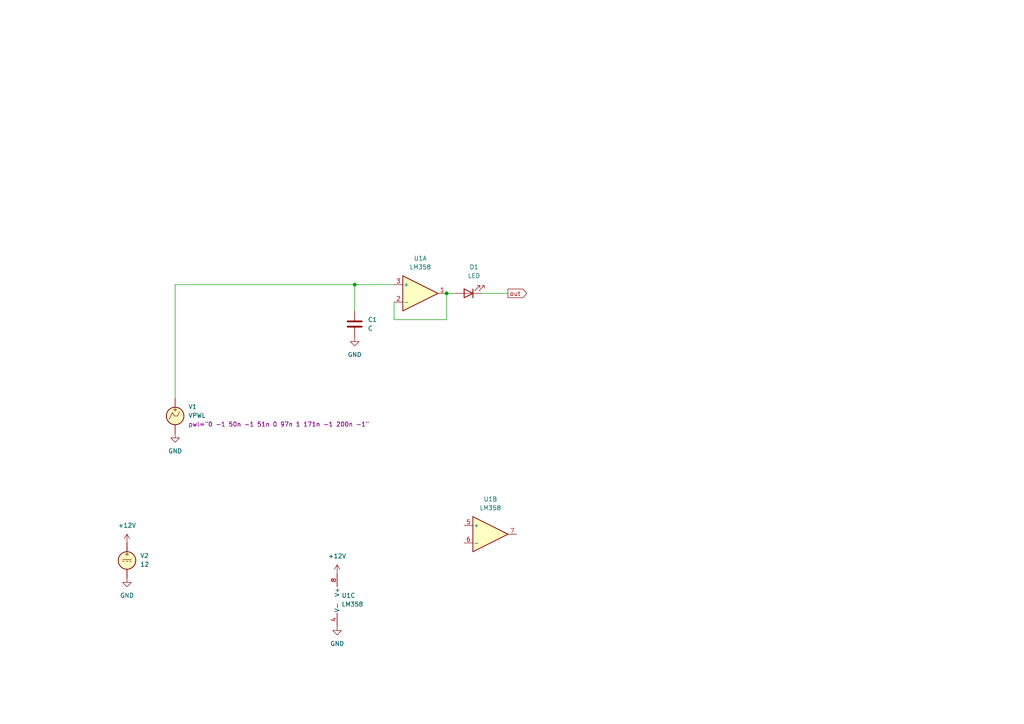
<source format=kicad_sch>
(kicad_sch (version 20231120) (generator "eeschema") (generator_version "8.0")
  (paper "A4")
  (lib_symbols
    (symbol "Amplifier_Operational:LM358" (pin_names (offset 0.127))
      (property "Reference" "U" (at 0 5.08 0))
      (property "Value" "LM358" (at 0 -5.08 0))
      (symbol "LM358_1_1"
        (polyline (pts (xy -5.08 5.08) (xy 5.08 0) (xy -5.08 -5.08) (xy -5.08 5.08)) (stroke (width 0.254)) (fill (type background)))
        (pin output line (at 7.62 0 180) (length 2.54) (name "~") (number "1"))
        (pin input line (at -7.62 -2.54 0) (length 2.54) (name "-") (number "2"))
        (pin input line (at -7.62 2.54 0) (length 2.54) (name "+") (number "3"))
      )
      (symbol "LM358_2_1"
        (polyline (pts (xy -5.08 5.08) (xy 5.08 0) (xy -5.08 -5.08) (xy -5.08 5.08)) (stroke (width 0.254)) (fill (type background)))
        (pin input line (at -7.62 2.54 0) (length 2.54) (name "+") (number "5"))
        (pin input line (at -7.62 -2.54 0) (length 2.54) (name "-") (number "6"))
        (pin output line (at 7.62 0 180) (length 2.54) (name "~") (number "7"))
      )
      (symbol "LM358_3_1"
        (pin power_in line (at -2.54 -7.62 90) (length 3.81) (name "V-") (number "4"))
        (pin power_in line (at -2.54 7.62 270) (length 3.81) (name "V+") (number "8"))
      )
    )
    (symbol "Device:C" (pin_numbers hide) (pin_names (offset 0.254))
      (property "Reference" "C" (at 0.635 2.54 0))
      (property "Value" "C" (at 0.635 -2.54 0))
      (symbol "C_0_1"
        (polyline (pts (xy -2.032 -0.762) (xy 2.032 -0.762)) (stroke (width 0.508)))
        (polyline (pts (xy -2.032 0.762) (xy 2.032 0.762)) (stroke (width 0.508)))
      )
      (symbol "C_1_1"
        (pin passive line (at 0 3.81 270) (length 2.794) (name "~") (number "1"))
        (pin passive line (at 0 -3.81 90) (length 2.794) (name "~") (number "2"))
      )
    )
    (symbol "Device:LED" (pin_numbers hide) (pin_names (offset 1.016) hide)
      (property "Reference" "D" (at 0 2.54 0))
      (property "Value" "LED" (at 0 -2.54 0))
      (symbol "LED_0_1"
        (polyline (pts (xy -1.27 -1.27) (xy -1.27 1.27)) (stroke (width 0.254)))
        (polyline (pts (xy -1.27 0) (xy 1.27 0)))
        (polyline (pts (xy 1.27 -1.27) (xy 1.27 1.27) (xy -1.27 0) (xy 1.27 -1.27)) (stroke (width 0.254)))
        (polyline (pts (xy -3.048 -0.762) (xy -4.572 -2.286) (xy -3.81 -2.286) (xy -4.572 -2.286) (xy -4.572 -1.524)))
        (polyline (pts (xy -1.778 -0.762) (xy -3.302 -2.286) (xy -2.54 -2.286) (xy -3.302 -2.286) (xy -3.302 -1.524)))
      )
      (symbol "LED_1_1"
        (pin passive line (at -3.81 0 0) (length 2.54) (name "K") (number "1"))
        (pin passive line (at 3.81 0 180) (length 2.54) (name "A") (number "2"))
      )
    )
    (symbol "PCM_4ms_Power-symbol:+12V" (power) (pin_names (offset 0))
      (property "Value" "+12V" (at 0 3.556 0))
      (symbol "+12V_0_1"
        (polyline (pts (xy -0.762 1.27) (xy 0 2.54)))
        (polyline (pts (xy 0 0) (xy 0 2.54)))
        (polyline (pts (xy 0 2.54) (xy 0.762 1.27)))
      )
      (symbol "+12V_1_1"
        (pin power_in line (at 0 0 90) (length 0) hide (name "+12V") (number "1"))
      )
    )
    (symbol "PCM_4ms_Power-symbol:GND" (power) (pin_names (offset 0))
      (property "Value" "GND" (at 0 -3.81 0))
      (symbol "GND_0_1"
        (polyline (pts (xy 0 0) (xy 0 -1.27) (xy 1.27 -1.27) (xy 0 -2.54) (xy -1.27 -1.27) (xy 0 -1.27)))
      )
      (symbol "GND_1_1"
        (pin power_in line (at 0 0 270) (length 0) hide (name "GND") (number "1"))
      )
    )
    (symbol "Simulation_SPICE:VDC" (pin_numbers hide) (pin_names (offset 0.0254))
      (property "Reference" "V" (at 2.54 2.54 0))
      (property "Value" "1" (at 2.54 0 0))
      (symbol "VDC_0_0"
        (polyline (pts (xy -1.27 0.254) (xy 1.27 0.254)))
        (polyline (pts (xy -0.762 -0.254) (xy -1.27 -0.254)))
        (polyline (pts (xy 0.254 -0.254) (xy -0.254 -0.254)))
        (polyline (pts (xy 1.27 -0.254) (xy 0.762 -0.254)))
        (text "+" (at 0 1.905 0) (effects (font (size 1.27 1.27))))
      )
      (symbol "VDC_0_1"
        (circle (center 0 0) (radius 2.54) (stroke (width 0.254)) (fill (type background)))
      )
      (symbol "VDC_1_1"
        (pin passive line (at 0 5.08 270) (length 2.54) (name "~") (number "1"))
        (pin passive line (at 0 -5.08 90) (length 2.54) (name "~") (number "2"))
      )
    )
    (symbol "Simulation_SPICE:VPWL" (pin_numbers hide) (pin_names (offset 0.0254))
      (property "Reference" "V" (at 2.54 2.54 0))
      (property "Value" "VPWL" (at 2.54 0 0))
      (property "Sim.Params" "pwl=\"0 -1 50n -1 51n 0 97n 1 171n -1 200n -1\"" (at 2.54 -2.54 0))
      (symbol "VPWL_0_0"
        (polyline (pts (xy -1.778 -1.016) (xy -0.762 1.016) (xy -0.254 0) (xy 0.762 0) (xy 1.27 1.27)))
        (text "+" (at 0 1.905 0) (effects (font (size 1.27 1.27))))
      )
      (symbol "VPWL_0_1"
        (circle (center 0 0) (radius 2.54) (stroke (width 0.254)) (fill (type background)))
      )
      (symbol "VPWL_1_1"
        (pin passive line (at 0 5.08 270) (length 2.54) (name "~") (number "1"))
        (pin passive line (at 0 -5.08 90) (length 2.54) (name "~") (number "2"))
      )
    )
  )
  (junction (at 102.87 82.55))
  (junction (at 129.54 85.09))
  (wire (pts (xy 50.8 82.55) (xy 102.87 82.55)))
  (wire (pts (xy 50.8 115.57) (xy 50.8 82.55)))
  (wire (pts (xy 114.3 92.71) (xy 129.54 92.71)))
  (wire (pts (xy 102.87 82.55) (xy 114.3 82.55)))
  (wire (pts (xy 102.87 90.17) (xy 102.87 82.55)))
  (wire (pts (xy 139.7 85.09) (xy 147.32 85.09)))
  (wire (pts (xy 129.54 85.09) (xy 132.08 85.09)))
  (wire (pts (xy 114.3 87.63) (xy 114.3 92.71)))
  (wire (pts (xy 129.54 92.71) (xy 129.54 85.09)))
  (global_label "out" (shape output) (at 147.32 85.09 0) (property "Intersheetrefs" "${INTERSHEET_REFS}" (effects (hide yes))))
  (symbol (lib_id "Simulation_SPICE:VPWL") (at 50.8 120.65 0) (unit 1)
    (property "Reference" "V1" (at 54.61 117.9801 0) (effects (justify left)))
    (property "Value" "VPWL" (at 54.61 120.5201 0) (effects (justify left)))
    (property "Datasheet" "https://ngspice.sourceforge.io/docs/ngspice-html-manual/manual.xhtml#sec_Independent_Sources_for" (effects (hide yes)))
    (property "Description" "Voltage source, piece-wise linear" (effects (hide yes)))
    (property "Sim.Pins" "1=+ 2=-" (effects (hide yes)))
    (property "Sim.Device" "V" (effects (hide yes)))
    (property "Sim.Params" "pwl=\"0 -1 50n -1 51n 0 97n 1 171n -1 200n -1\"" (at 54.61 123.0601 0) (effects (justify left)))
    (property "Sim.Type" "PWL" (effects (hide yes)))
  )
  (symbol (lib_id "Device:C") (at 102.87 93.98 0) (unit 1)
    (property "Reference" "C1" (at 106.68 92.7099 0) (effects (justify left)))
    (property "Value" "C" (at 106.68 95.2499 0) (effects (justify left)))
    (property "Description" "Unpolarized capacitor" (effects (hide yes)))
  )
  (symbol (lib_id "Device:LED") (at 135.89 85.09 180) (unit 1)
    (property "Reference" "D1" (at 137.4775 77.47 0))
    (property "Value" "LED" (at 137.4775 80.01 0))
    (property "Description" "Light emitting diode" (effects (hide yes)))
    (property "Sim.Library" "D:\\Zeug\\clandestine_circutry\\spice_models\\led.txt" (effects (hide yes)))
    (property "Sim.Name" "Dled_test" (effects (hide yes)))
    (property "Sim.Device" "D" (effects (hide yes)))
    (property "Sim.Pins" "1=A 2=K" (effects (hide yes)))
  )
  (symbol (lib_id "Amplifier_Operational:LM358") (at 142.24 154.94 0) (unit 2)
    (property "Reference" "U1" (at 142.24 144.78 0))
    (property "Value" "LM358" (at 142.24 147.32 0))
    (property "Datasheet" "http://www.ti.com/lit/ds/symlink/lm2904-n.pdf" (effects (hide yes)))
    (property "Description" "Low-Power, Dual Operational Amplifiers, DIP-8/SOIC-8/TO-99-8" (effects (hide yes)))
    (property "Sim.Library" "D:\\Zeug\\clandestine_circutry\\spice_models\\lm358.txt" (effects (hide yes)))
    (property "Sim.Name" "LM358" (effects (hide yes)))
    (property "Sim.Device" "SUBCKT" (effects (hide yes)))
    (property "Sim.Pins" "1=3 2=1 3=2 4=5 8=4" (effects (hide yes)))
  )
  (symbol (lib_id "PCM_4ms_Power-symbol:GND") (at 50.8 125.73 0) (unit 1)
    (property "Reference" "#PWR06" (effects (hide yes)))
    (property "Value" "GND" (at 50.8 130.81 0))
  )
  (symbol (lib_id "Simulation_SPICE:VDC") (at 36.83 162.56 0) (unit 1)
    (property "Reference" "V2" (at 40.64 161.1601 0) (effects (justify left)))
    (property "Value" "12" (at 40.64 163.7001 0) (effects (justify left)))
    (property "Datasheet" "https://ngspice.sourceforge.io/docs/ngspice-html-manual/manual.xhtml#sec_Independent_Sources_for" (effects (hide yes)))
    (property "Description" "Voltage source, DC" (effects (hide yes)))
    (property "Sim.Pins" "1=+ 2=-" (effects (hide yes)))
    (property "Sim.Type" "DC" (effects (hide yes)))
    (property "Sim.Device" "V" (effects (hide yes)))
  )
  (symbol (lib_id "PCM_4ms_Power-symbol:GND") (at 97.79 181.61 0) (unit 1)
    (property "Reference" "#PWR04" (effects (hide yes)))
    (property "Value" "GND" (at 97.79 186.69 0))
  )
  (symbol (lib_id "PCM_4ms_Power-symbol:GND") (at 36.83 167.64 0) (unit 1)
    (property "Reference" "#PWR03" (effects (hide yes)))
    (property "Value" "GND" (at 36.83 172.72 0))
  )
  (symbol (lib_id "PCM_4ms_Power-symbol:+12V") (at 97.79 166.37 0) (unit 1)
    (property "Reference" "#PWR05" (effects (hide yes)))
    (property "Value" "+12V" (at 97.79 161.29 0))
  )
  (symbol (lib_id "Amplifier_Operational:LM358") (at 100.33 173.99 0) (unit 3)
    (property "Reference" "U1" (at 99.06 172.7199 0) (effects (justify left)))
    (property "Value" "LM358" (at 99.06 175.2599 0) (effects (justify left)))
    (property "Datasheet" "http://www.ti.com/lit/ds/symlink/lm2904-n.pdf" (effects (hide yes)))
    (property "Description" "Low-Power, Dual Operational Amplifiers, DIP-8/SOIC-8/TO-99-8" (effects (hide yes)))
    (property "Sim.Library" "D:\\Zeug\\clandestine_circutry\\spice_models\\lm358.txt" (effects (hide yes)))
    (property "Sim.Name" "LM358" (effects (hide yes)))
    (property "Sim.Device" "SUBCKT" (effects (hide yes)))
    (property "Sim.Pins" "1=3 2=1 3=2 4=5 8=4" (effects (hide yes)))
  )
  (symbol (lib_id "PCM_4ms_Power-symbol:GND") (at 102.87 97.79 0) (unit 1)
    (property "Reference" "#PWR01" (effects (hide yes)))
    (property "Value" "GND" (at 102.87 102.87 0))
  )
  (symbol (lib_id "PCM_4ms_Power-symbol:+12V") (at 36.83 157.48 0) (unit 1)
    (property "Reference" "#PWR02" (effects (hide yes)))
    (property "Value" "+12V" (at 36.83 152.4 0))
  )
  (symbol (lib_id "Amplifier_Operational:LM358") (at 121.92 85.09 0) (unit 1)
    (property "Reference" "U1" (at 121.92 74.93 0))
    (property "Value" "LM358" (at 121.92 77.47 0))
    (property "Datasheet" "http://www.ti.com/lit/ds/symlink/lm2904-n.pdf" (effects (hide yes)))
    (property "Description" "Low-Power, Dual Operational Amplifiers, DIP-8/SOIC-8/TO-99-8" (effects (hide yes)))
    (property "Sim.Library" "D:\\Zeug\\clandestine_circutry\\spice_models\\lm358.txt" (effects (hide yes)))
    (property "Sim.Name" "LM358" (effects (hide yes)))
    (property "Sim.Device" "SUBCKT" (effects (hide yes)))
    (property "Sim.Pins" "1=3 2=1 3=2 4=5 8=4" (effects (hide yes)))
  )
)
</source>
